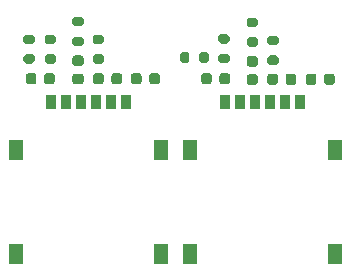
<source format=gbr>
G04 #@! TF.GenerationSoftware,KiCad,Pcbnew,(5.1.9-0-10_14)*
G04 #@! TF.CreationDate,2021-05-09T00:19:33+01:00*
G04 #@! TF.ProjectId,usb3-ngff-carrier,75736233-2d6e-4676-9666-2d6361727269,1*
G04 #@! TF.SameCoordinates,Original*
G04 #@! TF.FileFunction,Paste,Bot*
G04 #@! TF.FilePolarity,Positive*
%FSLAX46Y46*%
G04 Gerber Fmt 4.6, Leading zero omitted, Abs format (unit mm)*
G04 Created by KiCad (PCBNEW (5.1.9-0-10_14)) date 2021-05-09 00:19:33*
%MOMM*%
%LPD*%
G01*
G04 APERTURE LIST*
%ADD10R,0.900000X1.200000*%
%ADD11R,1.300000X1.800000*%
G04 APERTURE END LIST*
D10*
X56075000Y-25280000D03*
X53535000Y-25280000D03*
X50995000Y-25280000D03*
X54805000Y-25280000D03*
X52265000Y-25280000D03*
X49725000Y-25280000D03*
D11*
X59050000Y-29380000D03*
X59050000Y-38180000D03*
X46750000Y-29380000D03*
X46750000Y-38180000D03*
D10*
X41375000Y-25280000D03*
X38835000Y-25280000D03*
X36295000Y-25280000D03*
X40105000Y-25280000D03*
X37565000Y-25280000D03*
X35025000Y-25280000D03*
D11*
X44350000Y-29380000D03*
X44350000Y-38180000D03*
X32050000Y-29380000D03*
X32050000Y-38180000D03*
G36*
G01*
X47575000Y-21825000D02*
X47575000Y-21275000D01*
G75*
G02*
X47775000Y-21075000I200000J0D01*
G01*
X48175000Y-21075000D01*
G75*
G02*
X48375000Y-21275000I0J-200000D01*
G01*
X48375000Y-21825000D01*
G75*
G02*
X48175000Y-22025000I-200000J0D01*
G01*
X47775000Y-22025000D01*
G75*
G02*
X47575000Y-21825000I0J200000D01*
G01*
G37*
G36*
G01*
X45925000Y-21825000D02*
X45925000Y-21275000D01*
G75*
G02*
X46125000Y-21075000I200000J0D01*
G01*
X46525000Y-21075000D01*
G75*
G02*
X46725000Y-21275000I0J-200000D01*
G01*
X46725000Y-21825000D01*
G75*
G02*
X46525000Y-22025000I-200000J0D01*
G01*
X46125000Y-22025000D01*
G75*
G02*
X45925000Y-21825000I0J200000D01*
G01*
G37*
G36*
G01*
X32875000Y-21275000D02*
X33425000Y-21275000D01*
G75*
G02*
X33625000Y-21475000I0J-200000D01*
G01*
X33625000Y-21875000D01*
G75*
G02*
X33425000Y-22075000I-200000J0D01*
G01*
X32875000Y-22075000D01*
G75*
G02*
X32675000Y-21875000I0J200000D01*
G01*
X32675000Y-21475000D01*
G75*
G02*
X32875000Y-21275000I200000J0D01*
G01*
G37*
G36*
G01*
X32875000Y-19625000D02*
X33425000Y-19625000D01*
G75*
G02*
X33625000Y-19825000I0J-200000D01*
G01*
X33625000Y-20225000D01*
G75*
G02*
X33425000Y-20425000I-200000J0D01*
G01*
X32875000Y-20425000D01*
G75*
G02*
X32675000Y-20225000I0J200000D01*
G01*
X32675000Y-19825000D01*
G75*
G02*
X32875000Y-19625000I200000J0D01*
G01*
G37*
G36*
G01*
X39275000Y-20425000D02*
X38725000Y-20425000D01*
G75*
G02*
X38525000Y-20225000I0J200000D01*
G01*
X38525000Y-19825000D01*
G75*
G02*
X38725000Y-19625000I200000J0D01*
G01*
X39275000Y-19625000D01*
G75*
G02*
X39475000Y-19825000I0J-200000D01*
G01*
X39475000Y-20225000D01*
G75*
G02*
X39275000Y-20425000I-200000J0D01*
G01*
G37*
G36*
G01*
X39275000Y-22075000D02*
X38725000Y-22075000D01*
G75*
G02*
X38525000Y-21875000I0J200000D01*
G01*
X38525000Y-21475000D01*
G75*
G02*
X38725000Y-21275000I200000J0D01*
G01*
X39275000Y-21275000D01*
G75*
G02*
X39475000Y-21475000I0J-200000D01*
G01*
X39475000Y-21875000D01*
G75*
G02*
X39275000Y-22075000I-200000J0D01*
G01*
G37*
G36*
G01*
X37550000Y-22275000D02*
X37050000Y-22275000D01*
G75*
G02*
X36825000Y-22050000I0J225000D01*
G01*
X36825000Y-21600000D01*
G75*
G02*
X37050000Y-21375000I225000J0D01*
G01*
X37550000Y-21375000D01*
G75*
G02*
X37775000Y-21600000I0J-225000D01*
G01*
X37775000Y-22050000D01*
G75*
G02*
X37550000Y-22275000I-225000J0D01*
G01*
G37*
G36*
G01*
X37550000Y-23825000D02*
X37050000Y-23825000D01*
G75*
G02*
X36825000Y-23600000I0J225000D01*
G01*
X36825000Y-23150000D01*
G75*
G02*
X37050000Y-22925000I225000J0D01*
G01*
X37550000Y-22925000D01*
G75*
G02*
X37775000Y-23150000I0J-225000D01*
G01*
X37775000Y-23600000D01*
G75*
G02*
X37550000Y-23825000I-225000J0D01*
G01*
G37*
G36*
G01*
X49925000Y-20375000D02*
X49375000Y-20375000D01*
G75*
G02*
X49175000Y-20175000I0J200000D01*
G01*
X49175000Y-19775000D01*
G75*
G02*
X49375000Y-19575000I200000J0D01*
G01*
X49925000Y-19575000D01*
G75*
G02*
X50125000Y-19775000I0J-200000D01*
G01*
X50125000Y-20175000D01*
G75*
G02*
X49925000Y-20375000I-200000J0D01*
G01*
G37*
G36*
G01*
X49925000Y-22025000D02*
X49375000Y-22025000D01*
G75*
G02*
X49175000Y-21825000I0J200000D01*
G01*
X49175000Y-21425000D01*
G75*
G02*
X49375000Y-21225000I200000J0D01*
G01*
X49925000Y-21225000D01*
G75*
G02*
X50125000Y-21425000I0J-200000D01*
G01*
X50125000Y-21825000D01*
G75*
G02*
X49925000Y-22025000I-200000J0D01*
G01*
G37*
G36*
G01*
X52325000Y-18975000D02*
X51775000Y-18975000D01*
G75*
G02*
X51575000Y-18775000I0J200000D01*
G01*
X51575000Y-18375000D01*
G75*
G02*
X51775000Y-18175000I200000J0D01*
G01*
X52325000Y-18175000D01*
G75*
G02*
X52525000Y-18375000I0J-200000D01*
G01*
X52525000Y-18775000D01*
G75*
G02*
X52325000Y-18975000I-200000J0D01*
G01*
G37*
G36*
G01*
X52325000Y-20625000D02*
X51775000Y-20625000D01*
G75*
G02*
X51575000Y-20425000I0J200000D01*
G01*
X51575000Y-20025000D01*
G75*
G02*
X51775000Y-19825000I200000J0D01*
G01*
X52325000Y-19825000D01*
G75*
G02*
X52525000Y-20025000I0J-200000D01*
G01*
X52525000Y-20425000D01*
G75*
G02*
X52325000Y-20625000I-200000J0D01*
G01*
G37*
G36*
G01*
X54075000Y-20525000D02*
X53525000Y-20525000D01*
G75*
G02*
X53325000Y-20325000I0J200000D01*
G01*
X53325000Y-19925000D01*
G75*
G02*
X53525000Y-19725000I200000J0D01*
G01*
X54075000Y-19725000D01*
G75*
G02*
X54275000Y-19925000I0J-200000D01*
G01*
X54275000Y-20325000D01*
G75*
G02*
X54075000Y-20525000I-200000J0D01*
G01*
G37*
G36*
G01*
X54075000Y-22175000D02*
X53525000Y-22175000D01*
G75*
G02*
X53325000Y-21975000I0J200000D01*
G01*
X53325000Y-21575000D01*
G75*
G02*
X53525000Y-21375000I200000J0D01*
G01*
X54075000Y-21375000D01*
G75*
G02*
X54275000Y-21575000I0J-200000D01*
G01*
X54275000Y-21975000D01*
G75*
G02*
X54075000Y-22175000I-200000J0D01*
G01*
G37*
G36*
G01*
X48625000Y-23100000D02*
X48625000Y-23600000D01*
G75*
G02*
X48400000Y-23825000I-225000J0D01*
G01*
X47950000Y-23825000D01*
G75*
G02*
X47725000Y-23600000I0J225000D01*
G01*
X47725000Y-23100000D01*
G75*
G02*
X47950000Y-22875000I225000J0D01*
G01*
X48400000Y-22875000D01*
G75*
G02*
X48625000Y-23100000I0J-225000D01*
G01*
G37*
G36*
G01*
X50175000Y-23100000D02*
X50175000Y-23600000D01*
G75*
G02*
X49950000Y-23825000I-225000J0D01*
G01*
X49500000Y-23825000D01*
G75*
G02*
X49275000Y-23600000I0J225000D01*
G01*
X49275000Y-23100000D01*
G75*
G02*
X49500000Y-22875000I225000J0D01*
G01*
X49950000Y-22875000D01*
G75*
G02*
X50175000Y-23100000I0J-225000D01*
G01*
G37*
G36*
G01*
X52300000Y-22325000D02*
X51800000Y-22325000D01*
G75*
G02*
X51575000Y-22100000I0J225000D01*
G01*
X51575000Y-21650000D01*
G75*
G02*
X51800000Y-21425000I225000J0D01*
G01*
X52300000Y-21425000D01*
G75*
G02*
X52525000Y-21650000I0J-225000D01*
G01*
X52525000Y-22100000D01*
G75*
G02*
X52300000Y-22325000I-225000J0D01*
G01*
G37*
G36*
G01*
X52300000Y-23875000D02*
X51800000Y-23875000D01*
G75*
G02*
X51575000Y-23650000I0J225000D01*
G01*
X51575000Y-23200000D01*
G75*
G02*
X51800000Y-22975000I225000J0D01*
G01*
X52300000Y-22975000D01*
G75*
G02*
X52525000Y-23200000I0J-225000D01*
G01*
X52525000Y-23650000D01*
G75*
G02*
X52300000Y-23875000I-225000J0D01*
G01*
G37*
G36*
G01*
X54875000Y-23650000D02*
X54875000Y-23150000D01*
G75*
G02*
X55100000Y-22925000I225000J0D01*
G01*
X55550000Y-22925000D01*
G75*
G02*
X55775000Y-23150000I0J-225000D01*
G01*
X55775000Y-23650000D01*
G75*
G02*
X55550000Y-23875000I-225000J0D01*
G01*
X55100000Y-23875000D01*
G75*
G02*
X54875000Y-23650000I0J225000D01*
G01*
G37*
G36*
G01*
X53325000Y-23650000D02*
X53325000Y-23150000D01*
G75*
G02*
X53550000Y-22925000I225000J0D01*
G01*
X54000000Y-22925000D01*
G75*
G02*
X54225000Y-23150000I0J-225000D01*
G01*
X54225000Y-23650000D01*
G75*
G02*
X54000000Y-23875000I-225000J0D01*
G01*
X53550000Y-23875000D01*
G75*
G02*
X53325000Y-23650000I0J225000D01*
G01*
G37*
G36*
G01*
X58125000Y-23650000D02*
X58125000Y-23150000D01*
G75*
G02*
X58350000Y-22925000I225000J0D01*
G01*
X58800000Y-22925000D01*
G75*
G02*
X59025000Y-23150000I0J-225000D01*
G01*
X59025000Y-23650000D01*
G75*
G02*
X58800000Y-23875000I-225000J0D01*
G01*
X58350000Y-23875000D01*
G75*
G02*
X58125000Y-23650000I0J225000D01*
G01*
G37*
G36*
G01*
X56575000Y-23650000D02*
X56575000Y-23150000D01*
G75*
G02*
X56800000Y-22925000I225000J0D01*
G01*
X57250000Y-22925000D01*
G75*
G02*
X57475000Y-23150000I0J-225000D01*
G01*
X57475000Y-23650000D01*
G75*
G02*
X57250000Y-23875000I-225000J0D01*
G01*
X56800000Y-23875000D01*
G75*
G02*
X56575000Y-23650000I0J225000D01*
G01*
G37*
G36*
G01*
X35225000Y-20425000D02*
X34675000Y-20425000D01*
G75*
G02*
X34475000Y-20225000I0J200000D01*
G01*
X34475000Y-19825000D01*
G75*
G02*
X34675000Y-19625000I200000J0D01*
G01*
X35225000Y-19625000D01*
G75*
G02*
X35425000Y-19825000I0J-200000D01*
G01*
X35425000Y-20225000D01*
G75*
G02*
X35225000Y-20425000I-200000J0D01*
G01*
G37*
G36*
G01*
X35225000Y-22075000D02*
X34675000Y-22075000D01*
G75*
G02*
X34475000Y-21875000I0J200000D01*
G01*
X34475000Y-21475000D01*
G75*
G02*
X34675000Y-21275000I200000J0D01*
G01*
X35225000Y-21275000D01*
G75*
G02*
X35425000Y-21475000I0J-200000D01*
G01*
X35425000Y-21875000D01*
G75*
G02*
X35225000Y-22075000I-200000J0D01*
G01*
G37*
G36*
G01*
X37575000Y-18925000D02*
X37025000Y-18925000D01*
G75*
G02*
X36825000Y-18725000I0J200000D01*
G01*
X36825000Y-18325000D01*
G75*
G02*
X37025000Y-18125000I200000J0D01*
G01*
X37575000Y-18125000D01*
G75*
G02*
X37775000Y-18325000I0J-200000D01*
G01*
X37775000Y-18725000D01*
G75*
G02*
X37575000Y-18925000I-200000J0D01*
G01*
G37*
G36*
G01*
X37575000Y-20575000D02*
X37025000Y-20575000D01*
G75*
G02*
X36825000Y-20375000I0J200000D01*
G01*
X36825000Y-19975000D01*
G75*
G02*
X37025000Y-19775000I200000J0D01*
G01*
X37575000Y-19775000D01*
G75*
G02*
X37775000Y-19975000I0J-200000D01*
G01*
X37775000Y-20375000D01*
G75*
G02*
X37575000Y-20575000I-200000J0D01*
G01*
G37*
G36*
G01*
X33775000Y-23100000D02*
X33775000Y-23600000D01*
G75*
G02*
X33550000Y-23825000I-225000J0D01*
G01*
X33100000Y-23825000D01*
G75*
G02*
X32875000Y-23600000I0J225000D01*
G01*
X32875000Y-23100000D01*
G75*
G02*
X33100000Y-22875000I225000J0D01*
G01*
X33550000Y-22875000D01*
G75*
G02*
X33775000Y-23100000I0J-225000D01*
G01*
G37*
G36*
G01*
X35325000Y-23100000D02*
X35325000Y-23600000D01*
G75*
G02*
X35100000Y-23825000I-225000J0D01*
G01*
X34650000Y-23825000D01*
G75*
G02*
X34425000Y-23600000I0J225000D01*
G01*
X34425000Y-23100000D01*
G75*
G02*
X34650000Y-22875000I225000J0D01*
G01*
X35100000Y-22875000D01*
G75*
G02*
X35325000Y-23100000I0J-225000D01*
G01*
G37*
G36*
G01*
X40125000Y-23600000D02*
X40125000Y-23100000D01*
G75*
G02*
X40350000Y-22875000I225000J0D01*
G01*
X40800000Y-22875000D01*
G75*
G02*
X41025000Y-23100000I0J-225000D01*
G01*
X41025000Y-23600000D01*
G75*
G02*
X40800000Y-23825000I-225000J0D01*
G01*
X40350000Y-23825000D01*
G75*
G02*
X40125000Y-23600000I0J225000D01*
G01*
G37*
G36*
G01*
X38575000Y-23600000D02*
X38575000Y-23100000D01*
G75*
G02*
X38800000Y-22875000I225000J0D01*
G01*
X39250000Y-22875000D01*
G75*
G02*
X39475000Y-23100000I0J-225000D01*
G01*
X39475000Y-23600000D01*
G75*
G02*
X39250000Y-23825000I-225000J0D01*
G01*
X38800000Y-23825000D01*
G75*
G02*
X38575000Y-23600000I0J225000D01*
G01*
G37*
G36*
G01*
X43325000Y-23600000D02*
X43325000Y-23100000D01*
G75*
G02*
X43550000Y-22875000I225000J0D01*
G01*
X44000000Y-22875000D01*
G75*
G02*
X44225000Y-23100000I0J-225000D01*
G01*
X44225000Y-23600000D01*
G75*
G02*
X44000000Y-23825000I-225000J0D01*
G01*
X43550000Y-23825000D01*
G75*
G02*
X43325000Y-23600000I0J225000D01*
G01*
G37*
G36*
G01*
X41775000Y-23600000D02*
X41775000Y-23100000D01*
G75*
G02*
X42000000Y-22875000I225000J0D01*
G01*
X42450000Y-22875000D01*
G75*
G02*
X42675000Y-23100000I0J-225000D01*
G01*
X42675000Y-23600000D01*
G75*
G02*
X42450000Y-23825000I-225000J0D01*
G01*
X42000000Y-23825000D01*
G75*
G02*
X41775000Y-23600000I0J225000D01*
G01*
G37*
M02*

</source>
